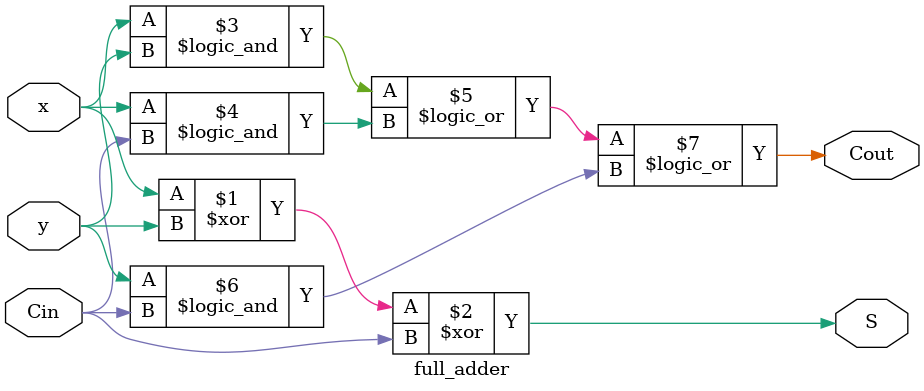
<source format=v>

module full_adder(
    // OUTPUTS
    output S
    ,output Cout

    // INPUTS
    ,input x
    ,input y
    ,input Cin
    );

    assign S = x ^ y ^ Cin;
    assign Cout = x&&y || x&&Cin || y&&Cin;
endmodule

</source>
